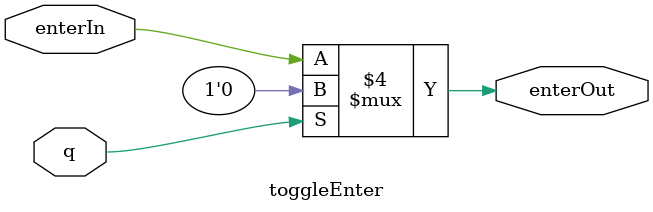
<source format=v>
module latchEnter(clock, reset, enterIn, enterOut);
	input clock, reset;
	input wire enterIn;
	output wire enterOut;
	reg q;
	
	toggleEnter enterReg(q,enterIn,enterOut);
	
	always@(posedge clock, posedge reset)
	begin
		if(reset)
			q <= 1'b0;
		else
			q <= 1'b1;
	end
endmodule

module toggleEnter(q, enterIn,enterOut);
	input q, enterIn;
	output reg enterOut;
	
	always@(*)
	begin
		if(q == 1'b0)
			enterOut <= enterIn;
		else
			enterOut <= 1'b0;
	end
endmodule

			
</source>
